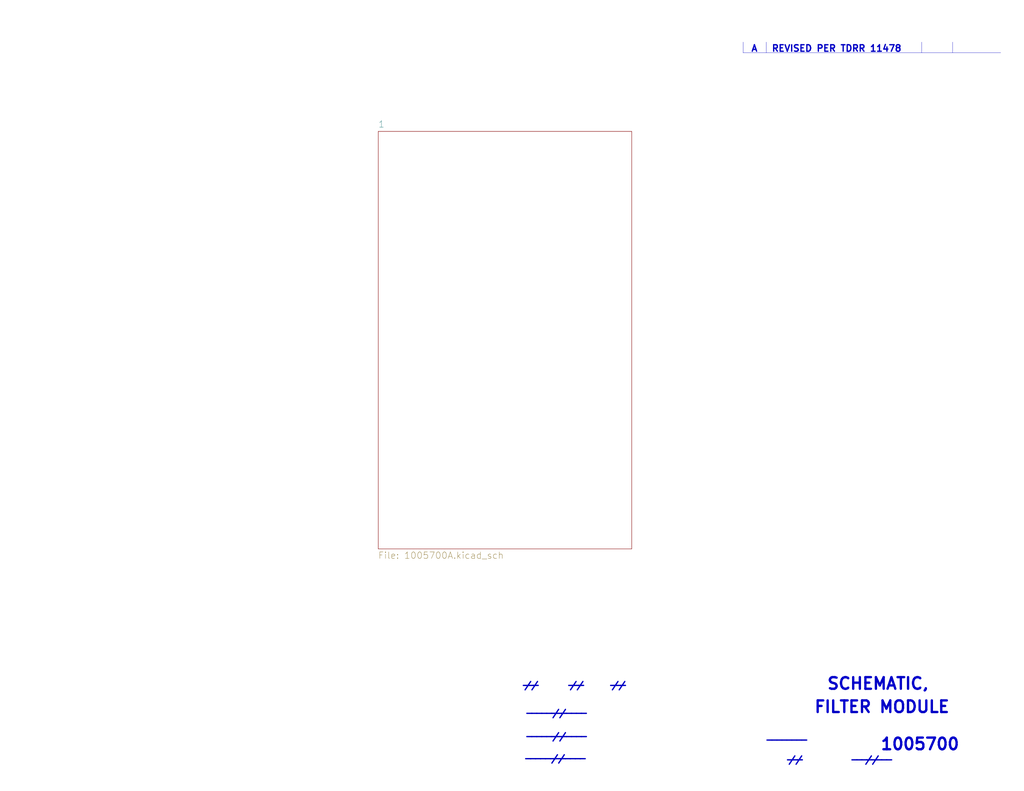
<source format=kicad_sch>
(kicad_sch (version 20211123) (generator eeschema)
  (paper "C")
  (lib_symbols)
  (polyline (pts (xy 502.92 22.987) (xy 502.92 28.829)) (stroke (width 0) (type solid)))
  (polyline (pts (xy 418.211 22.987) (xy 418.211 28.829)) (stroke (width 0) (type solid)))
  (polyline (pts (xy 405.511 28.829) (xy 546.1 28.829)) (stroke (width 0) (type solid)))
  (polyline (pts (xy 519.811 22.987) (xy 519.811 28.829)) (stroke (width 0) (type solid)))
  (polyline (pts (xy 405.511 22.987) (xy 405.511 28.829)) (stroke (width 0) (type solid)))
  (text "____________" (at 287.02 402.59 0) (effects (font (size 3.556 3.556) (thickness 0.7112) bold) (justify left bottom)))
  (text "________" (at 440.69 404.495 180) (effects (font (size 3.556 3.556) (thickness 0.7112) bold) (justify right bottom)))
  (text "___" (at 309.88 374.65 0) (effects (font (size 3.556 3.556) (thickness 0.7112) bold) (justify left bottom)))
  (text "1005700" (at 480.06 410.21 0) (effects (font (size 6.35 6.35) (thickness 1.27) bold) (justify left bottom)))
  (text "____________" (at 286.385 414.655 0) (effects (font (size 3.556 3.556) (thickness 0.7112) bold) (justify left bottom)))
  (text "SCHEMATIC," (at 450.85 377.19 0) (effects (font (size 6.35 6.35) (thickness 1.27) bold) (justify left bottom)))
  (text "________" (at 487.045 415.29 180) (effects (font (size 3.556 3.556) (thickness 0.7112) bold) (justify right bottom)))
  (text "___" (at 429.26 415.29 0) (effects (font (size 3.556 3.556) (thickness 0.7112) bold) (justify left bottom)))
  (text "//" (at 310.515 376.555 0) (effects (font (size 3.556 3.556) (thickness 0.7112) bold) (justify left bottom)))
  (text "___" (at 332.74 374.65 0) (effects (font (size 3.556 3.556) (thickness 0.7112) bold) (justify left bottom)))
  (text "//" (at 300.99 404.495 0) (effects (font (size 3.556 3.556) (thickness 0.7112) bold) (justify left bottom)))
  (text "A   REVISED PER TDRR 11478" (at 409.702 28.702 0) (effects (font (size 3.556 3.556) (thickness 0.7112) bold) (justify left bottom)))
  (text "//" (at 333.375 376.555 0) (effects (font (size 3.556 3.556) (thickness 0.7112) bold) (justify left bottom)))
  (text "____________" (at 287.02 389.89 0) (effects (font (size 3.556 3.556) (thickness 0.7112) bold) (justify left bottom)))
  (text "FILTER MODULE" (at 443.865 389.89 0) (effects (font (size 6.35 6.35) (thickness 1.27) bold) (justify left bottom)))
  (text "//" (at 300.99 391.795 0) (effects (font (size 3.556 3.556) (thickness 0.7112) bold) (justify left bottom)))
  (text "//" (at 300.355 416.56 0) (effects (font (size 3.556 3.556) (thickness 0.7112) bold) (justify left bottom)))
  (text "//" (at 480.06 417.195 180) (effects (font (size 3.556 3.556) (thickness 0.7112) bold) (justify right bottom)))
  (text "___" (at 285.115 374.65 0) (effects (font (size 3.556 3.556) (thickness 0.7112) bold) (justify left bottom)))
  (text "//" (at 429.895 417.195 0) (effects (font (size 3.556 3.556) (thickness 0.7112) bold) (justify left bottom)))
  (text "//" (at 285.75 376.555 0) (effects (font (size 3.556 3.556) (thickness 0.7112) bold) (justify left bottom)))
  (sheet (at 206.375 71.755) (size 138.43 227.965)
    (property "Sheet name" "1" (at 206.375 69.9004 0) (effects (font (size 3.556 3.556)) (justify left bottom)))
    (property "Sheet file" "1005700A.kicad_sch" (at 206.375 301.219 0) (effects (font (size 3.556 3.556)) (justify left top)))
  )
)
</source>
